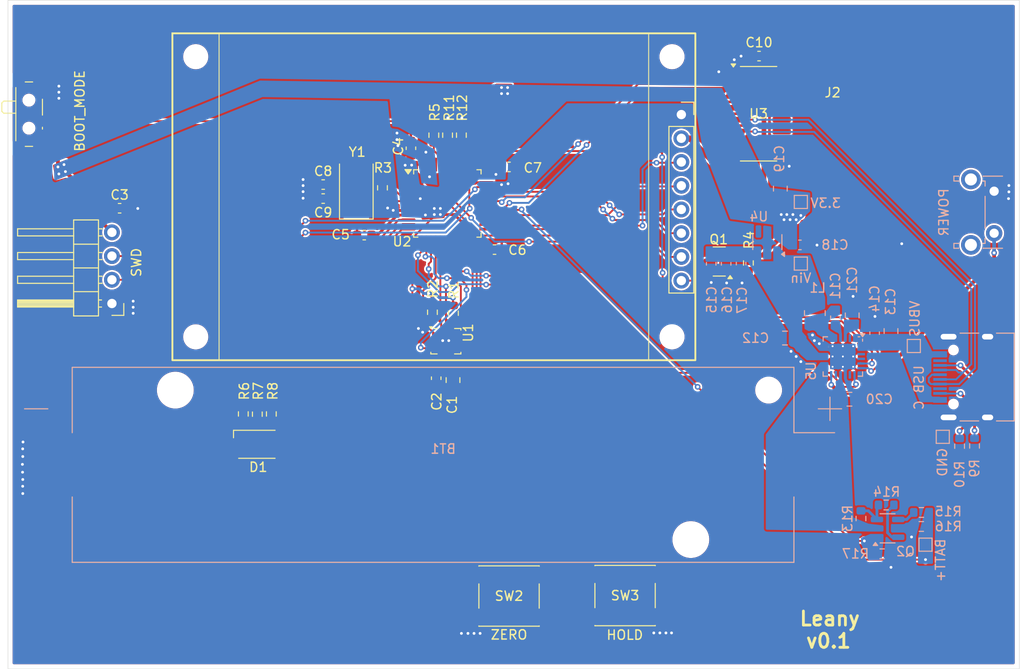
<source format=kicad_pcb>
(kicad_pcb (version 20240108) (generator "pcbnew") (generator_version "8.0")
  (title_block (title "Leany") (date "2024-12-03") (comment 1 "MIT License") (comment 2 "Copyright (c) 2023 Gilles Henrard"))
  (layers (0 "F.Cu" signal) (31 "B.Cu" signal) (34 "B.Paste" user) (35 "F.Paste" user) (36 "B.SilkS" user "B.Silkscreen") (37 "F.SilkS" user "F.Silkscreen") (38 "B.Mask" user) (39 "F.Mask" user) (44 "Edge.Cuts" user))
  (net 0 "")
  (net 1 "+BATT")
  (net 2 "GND")
  (net 3 "+3V3")
  (net 4 "Net-(U2-PD0)")
  (net 5 "Net-(U2-PD1)")
  (net 6 "SYS")
  (net 7 "Net-(C11-Pad1)")
  (net 8 "Net-(D1-RK)")
  (net 9 "Net-(D1-GK)")
  (net 10 "Net-(D1-BK)")
  (net 11 "/DEBUG_SWDCLK")
  (net 12 "/DEBUG_SWDIO")
  (net 13 "/ST7735S_RST")
  (net 14 "/ST7735S_CS")
  (net 15 "/ST7735S_SCL")
  (net 16 "/ST7735S_DC")
  (net 17 "/ST7735S_BL")
  (net 18 "/ST7735S_MOSI")
  (net 19 "USB_D+")
  (net 20 "USB_D-")
  (net 23 "Net-(J3-CC2)")
  (net 24 "Net-(J3-CC1)")
  (net 25 "BATT_EN")
  (net 26 "Net-(U5-BTST)")
  (net 27 "Net-(U5-PSEL)")
  (net 28 "Net-(U5-REGN)")
  (net 29 "Net-(Q2B-G)")
  (net 30 "/BOOT0")
  (net 31 "/LED_RED")
  (net 32 "/LED_GREEN")
  (net 33 "/LED_BLUE")
  (net 34 "CHG_SDA")
  (net 35 "CHG_SCL")
  (net 36 "BATT_VOLT")
  (net 37 "Net-(Q2B-D)")
  (net 38 "Net-(Q2A-D)")
  (net 39 "Net-(J2-Pin_8)")
  (net 40 "Net-(SW1-B)")
  (net 41 "/LSM6DSO_SDO")
  (net 42 "/LSM6DSO_SCL")
  (net 43 "/LSM6DSO_CS")
  (net 44 "/LSM6DSO_SDA")
  (net 45 "/LSM6DSO_INT1")
  (net 46 "Net-(U2-PB10)")
  (net 47 "/LSM6DSO_INT2")
  (net 48 "Net-(U2-PB11)")
  (net 49 "Net-(U5-~{QON})")
  (net 51 "/FTDI_TX")
  (net 54 "CHG_INT")
  (net 58 "/FTDI_RX")
  (footprint "Package_LGA:LGA-14_3x2.5mm_P0.5mm_LayoutBorder3x4y" (layer "F.Cu") (at 136.3325 92.5375)
    (property "Reference" "U1")
    (property "Value" "LSM6DSO" (hide yes))
  )
  (footprint "Capacitor_SMD:C_0603_1608Metric" (layer "F.Cu") (at 123.195 75.7625)
    (property "Reference" "C8")
    (property "Value" "20p" (hide yes))
  )
  (footprint "Capacitor_SMD:C_0603_1608Metric" (layer "F.Cu") (at 169.87 62.005 180)
    (property "Reference" "C10")
    (property "Value" "100n" (hide yes))
  )
  (footprint "Package_QFP:LQFP-48_7x7mm_P0.5mm" (layer "F.Cu") (at 136.495 77.7875)
    (property "Reference" "U2")
    (property "Value" "STM32F103C8Tx" (hide yes))
  )
  (footprint "Resistor_SMD:R_0603_1608Metric" (layer "F.Cu") (at 137.145 89.5375 -90)
    (property "Reference" "R1")
    (property "Value" "10k" (hide yes))
  )
  (footprint "Resistor_SMD:R_0603_1608Metric" (layer "F.Cu") (at 116.145 100.35 90)
    (property "Reference" "R7")
    (property "Value" "820R" (hide yes))
  )
  (footprint "Capacitor_SMD:C_0603_1608Metric" (layer "F.Cu") (at 135.3 96.5 -90)
    (property "Reference" "C2")
    (property "Value" "100n" (hide yes))
  )
  (footprint "Package_TO_SOT_SMD:SOT-23" (layer "F.Cu") (at 165.61 84 180)
    (property "Reference" "Q1")
    (property "Value" "AO3401A" (hide yes))
  )
  (footprint "Capacitor_SMD:C_0603_1608Metric" (layer "F.Cu") (at 101.4 78.3)
    (property "Reference" "C3")
    (property "Value" "100n" (hide yes))
  )
  (footprint "Resistor_SMD:R_0603_1608Metric" (layer "F.Cu") (at 114.645 100.325 90)
    (property "Reference" "R6")
    (property "Value" "820R" (hide yes))
  )
  (footprint "Capacitor_SMD:C_0603_1608Metric" (layer "F.Cu") (at 143.095 73.875)
    (property "Reference" "C7")
    (property "Value" "100n" (hide yes))
  )
  (footprint "Capacitor_SMD:C_0603_1608Metric" (layer "F.Cu") (at 123.195 77.2625)
    (property "Reference" "C9")
    (property "Value" "20p" (hide yes))
  )
  (footprint "Resistor_SMD:R_0603_1608Metric" (layer "F.Cu") (at 168.73 84.16 90)
    (property "Reference" "R4")
    (property "Value" "18k" (hide yes))
  )
  (footprint "leany_footprints:SW_Push_1P1T_NO_6x6mm_H9.5mm" (layer "F.Cu") (at 143.1 119.825)
    (property "Reference" "SW2")
    (property "Value" "ZERO")
  )
  (footprint "Crystal:Crystal_SMD_Abracon_ABM3-2Pin_5.0x3.2mm" (layer "F.Cu") (at 126.745 76.2625 90)
    (property "Reference" "Y1")
    (property "Value" "8MHz" (hide yes))
  )
  (footprint "leany_footprints:ST7735S" (layer "F.Cu") (at 161.55 68.27)
    (property "Reference" "J2")
    (property "Value" "ST7735S" (hide yes))
  )
  (footprint "Capacitor_SMD:C_0603_1608Metric" (layer "F.Cu") (at 127.595 81.175 180)
    (property "Reference" "C5")
    (property "Value" "100n" (hide yes))
  )
  (footprint "Package_SO:SOIC-16_3.9x9.9mm_P1.27mm" (layer "F.Cu") (at 169.82 68.18)
    (property "Reference" "U3")
    (property "Value" "CH340C" (hide yes))
  )
  (footprint "Capacitor_SMD:C_0603_1608Metric" (layer "F.Cu") (at 141.545 82.725)
    (property "Reference" "C6")
    (property "Value" "100n" (hide yes))
  )
  (footprint "Connector_PinHeader_2.54mm:PinHeader_1x04_P2.54mm_Horizontal" (layer "F.Cu") (at 100.575 88.5 180)
    (property "Reference" "J1" (hide yes))
    (property "Value" "SWD")
  )
  (footprint "Resistor_SMD:R_0603_1608Metric" (layer "F.Cu") (at 137.995 70.475 90)
    (property "Reference" "R12")
    (property "Value" "4.7k" (hide yes))
  )
  (footprint "Button_Switch_SMD:SW_SPDT_PCM12" (layer "F.Cu") (at 92.015 68.225 -90)
    (property "Reference" "SW1" (hide yes))
    (property "Value" "BOOT_MODE")
  )
  (footprint "LED_SMD:LED_Avago_PLCC4_3.2x2.8mm_CW" (layer "F.Cu") (at 116.095 103.575)
    (property "Reference" "D1")
    (property "Value" "ASMB-MTB1-0B3A2" (hide yes))
  )
  (footprint "Capacitor_SMD:C_0805_2012Metric" (layer "F.Cu") (at 137.1 96.7 -90)
    (property "Reference" "C1")
    (property "Value" "10u" (hide yes))
  )
  (footprint "Resistor_SMD:R_0603_1608Metric" (layer "F.Cu") (at 129.545 76.1125 -90)
    (property "Reference" "R3")
    (property "Value" "1M" (hide yes))
  )
  (footprint "Resistor_SMD:R_0603_1608Metric" (layer "F.Cu") (at 136.51705 70.475 90)
    (property "Reference" "R11")
    (property "Value" "4.7k" (hide yes))
  )
  (footprint "Resistor_SMD:R_0603_1608Metric" (layer "F.Cu") (at 117.645 100.325 90)
    (property "Reference" "R8")
    (property "Value" "820R" (hide yes))
  )
  (footprint "Resistor_SMD:R_0603_1608Metric" (layer "F.Cu") (at 135.045 70.475 90)
    (property "Reference" "R5")
    (property "Value" "100k" (hide yes))
  )
  (footprint "Capacitor_SMD:C_0603_1608Metric" (layer "F.Cu") (at 132.595 71.875 90)
    (property "Reference" "C4")
    (property "Value" "100n" (hide yes))
  )
  (footprint "leany_footprints:SW_Push_1P1T_NO_6x6mm_H9.5mm" (layer "F.Cu") (at 155.525 119.775 180)
    (property "Reference" "SW3")
    (property "Value" "HOLD")
  )
  (footprint "Resistor_SMD:R_0603_1608Metric" (layer "F.Cu") (at 134.895 89.4375 -90)
    (property "Reference" "R2")
    (property "Value" "10k" (hide yes))
  )
  (footprint "Inductor_SMD:L_1008_2520Metric" (layer "B.Cu") (at 175.845 89.525 90)
    (property "Reference" "L1")
    (property "Value" "1uH" (hide yes))
  )
  (footprint "Capacitor_SMD:C_0603_1608Metric" (layer "B.Cu") (at 167.945 84.225 -90)
    (property "Reference" "C17")
    (property "Value" "1u" (hide yes))
  )
  (footprint "Capacitor_SMD:C_0603_1608Metric" (layer "B.Cu") (at 182.245 91.675 90)
    (property "Reference" "C14")
    (property "Value" "1u" (hide yes))
  )
  (footprint "TestPoint:TestPoint_Pad_1.0x1.0mm" (layer "B.Cu") (at 186.445 93.05 -90)
    (property "Reference" "TP2" (hide yes))
    (property "Value" "VBUS")
  )
  (footprint "Resistor_SMD:R_0603_1608Metric" (layer "B.Cu") (at 191.345 103.775 -90)
    (property "Reference" "R10")
    (property "Value" "5.1k" (hide yes))
  )
  (footprint "Capacitor_SMD:C_0805_2012Metric" (layer "B.Cu") (at 172.65 92.2 180)
    (property "Reference" "C12")
    (property "Value" "10u" (hide yes))
  )
  (footprint "Capacitor_SMD:C_0603_1608Metric" (layer "B.Cu") (at 166.345 84.25 -90)
    (property "Reference" "C16")
    (property "Value" "100n" (hide yes))
  )
  (footprint "Capacitor_SMD:C_0805_2012Metric" (layer "B.Cu") (at 184 91.45 90)
    (property "Reference" "C13")
    (property "Value" "22u" (hide yes))
  )
  (footprint "Resistor_SMD:R_0603_1608Metric" (layer "B.Cu") (at 183.05 115.3)
    (property "Reference" "R17")
    (property "Value" "100k" (hide yes))
  )
  (footprint "leany_footprints:TSOT-23-5" (layer "B.Cu") (at 170.7575 81.925 90)
    (property "Reference" "U4")
    (property "Value" "AP2112K-3.3")
  )
  (footprint "Capacitor_SMD:C_0603_1608Metric" (layer "B.Cu") (at 174.245 82.225)
    (property "Reference" "C18")
    (property "Value" "1u" (hide yes))
  )
  (footprint "Resistor_SMD:R_0603_1608Metric" (layer "B.Cu") (at 187.2575 110.875 180)
    (property "Reference" "R15")
    (property "Value" "56k" (hide yes))
  )
  (footprint "Connector_USB:USB_C_Receptacle_HRO_TYPE-C-31-M-12" (layer "B.Cu") (at 193.295 96.375 -90)
    (property "Reference" "J3")
    (property "Value" "USB C")
  )
  (footprint "Package_DFN_QFN:Texas_RGE0024H_VQFN-24-1EP_4x4mm_P0.5mm_EP2.7x2.7mm_ThermalVias" (layer "B.Cu") (at 178.845 94.175 180)
    (property "Reference" "U5")
    (property "Value" "BQ25619" (hide yes))
  )
  (footprint "Capacitor_SMD:C_0805_2012Metric" (layer "B.Cu") (at 172.15 76.2 90)
    (property "Reference" "C19")
    (property "Value" "10u" (hide yes))
  )
  (footprint "Capacitor_SMD:C_0603_1608Metric" (layer "B.Cu") (at 164.745 84.25 -90)
    (property "Reference" "C15")
    (property "Value" "22n" (hide yes))
  )
  (footprint "Button_Switch_THT:SW_Tactile_SPST_Angled_PTS645Vx31-2LFS" (layer "B.Cu") (at 195.045 80.975 90)
    (property "Reference" "SW4" (hide yes))
    (property "Value" "POWER")
  )
  (footprint "Battery:BatteryHolder_Keystone_1042_1x18650" (layer "B.Cu") (at 134.965 105.775 180)
    (property "Reference" "BT1")
    (property "Value" "Battery")
  )
  (footprint "Capacitor_SMD:C_0603_1608Metric" (layer "B.Cu") (at 178.045 89.975 -90)
    (property "Reference" "C11")
    (property "Value" "47n" (hide yes))
  )
  (footprint "Resistor_SMD:R_0603_1608Metric" (layer "B.Cu") (at 183.4825 110.075)
    (property "Reference" "R14")
    (property "Value" "10k" (hide yes))
  )
  (footprint "Capacitor_SMD:C_0805_2012Metric" (layer "B.Cu") (at 179.845 89.775 90)
    (property "Reference" "C21")
    (property "Value" "4.7u" (hide yes))
  )
  (footprint "TestPoint:TestPoint_Pad_1.0x1.0mm" (layer "B.Cu") (at 174.345 77.625 180)
    (property "Reference" "TP3" (hide yes))
    (property "Value" "3.3V")
  )
  (footprint "Capacitor_SMD:C_0805_2012Metric" (layer "B.Cu") (at 179.55 98.75)
    (property "Reference" "C20")
    (property "Value" "10u" (hide yes))
  )
  (footprint "Resistor_SMD:R_0603_1608Metric" (layer "B.Cu") (at 192.945 103.75 -90)
    (property "Reference" "R9")
    (property "Value" "5.1k" (hide yes))
  )
  (footprint "Resistor_SMD:R_0603_1608Metric" (layer "B.Cu") (at 187.245 112.375)
    (property "Reference" "R16")
    (property "Value" "56k" (hide yes))
  )
  (footprint "TestPoint:TestPoint_Pad_1.0x1.0mm" (layer "B.Cu") (at 187.695 114.325 180)
    (property "Reference" "TP5" (hide yes))
    (property "Value" "BATT+")
  )
  (footprint "TestPoint:TestPoint_Pad_1.0x1.0mm" (layer "B.Cu") (at 174.345 84.225 180)
    (property "Reference" "TP1" (hide yes))
    (property "Value" "Vin")
  )
  (footprint "Resistor_SMD:R_0603_1608Metric" (layer "B.Cu") (at 180.7825 111.525 -90)
    (property "Reference" "R13")
    (property "Value" "10k" (hide yes))
  )
  (footprint "Package_TO_SOT_SMD:TSOT-23-6" (layer "B.Cu") (at 183.6325 112.575)
    (property "Reference" "Q2")
    (property "Value" "DMG6601LVT-7" (hide yes))
  )
  (footprint "TestPoint:TestPoint_Pad_1.0x1.0mm" (layer "B.Cu") (at 189.545 102.775 -90)
    (property "Reference" "TP4" (hide yes))
    (property "Value" "GND")
  )
  (gr_rect (start 89.445 56.025) (end 197.745 127.625) (stroke (width 0.05)) (fill none) (layer "Edge.Cuts"))
  (gr_text "v0.1" (at 174.75 125.515 0) (layer "F.SilkS") (effects (font (size 1.5 1.5) (thickness 0.3) (bold yes)) (justify left bottom)))
  (gr_text "Leany" (at 174.065 123.13 0) (layer "F.SilkS") (effects (font (size 1.5 1.5) (thickness 0.3) (bold yes)) (justify left bottom)))
  (segment (start 180.7825 112.35) (end 181.47 112.35) (width 0.3) (layer "B.Cu") (net 1))
  (segment (start 181.47 112.35) (end 181.745 112.625) (width 0.3) (layer "B.Cu") (net 1))
  (segment (start 181.745 112.625) (end 182.445 112.625) (width 0.3) (layer "B.Cu") (net 1))
  (segment (start 180.7075 112.575) (end 180.4825 112.35) (width 0.2) (layer "B.Cu") (net 1))
  (segment (start 182.445 112.625) (end 182.495 112.575) (width 0.3) (layer "B.Cu") (net 1))
  (segment (start 139.52509 83.5) (end 141.545 83.5) (width 0.2) (layer "F.Cu") (net 2))
  (segment (start 141.545 83.5) (end 142.32 82.725) (width 0.2) (layer "F.Cu") (net 2))
  (segment (start 138.745 82.71991) (end 139.52509 83.5) (width 0.2) (layer "F.Cu") (net 2))
  (segment (start 132.3325 78.5375) (end 130.7075 78.5375) (width 0.3) (layer "F.Cu") (net 2))
  (segment (start 138.745 81.95) (end 138.745 82.71991) (width 0.2) (layer "F.Cu") (net 2))
  (segment (start 135.17 92.7875) (end 135.17 92.2875) (width 0.2) (layer "F.Cu") (net 2))
  (segment (start 130.7075 78.5375) (end 130.695 78.525) (width 0.2) (layer "F.Cu") (net 2))
  (segment (start 134.5575 92.2875) (end 135.17 92.2875) (width 0.2) (layer "F.Cu") (net 2))
  (segment (start 133.845 91.575) (end 134.5575 92.2875) (width 0.2) (layer "F.Cu") (net 2))
  (via (at 135.995 92.475) (size 0.6) (drill 0.3) (layers "F.Cu" "B.Cu") (net 2))
  (via (at 91.02 108.07) (size 0.6) (drill 0.3) (layers "F.Cu" "B.Cu") (net 2))
  (via (at 164.75 86.25) (size 0.6) (drill 0.3) (layers "F.Cu" "B.Cu") (net 2))
  (via (at 102.85 88.25) (size 0.6) (drill 0.3) (layers "F.Cu" "B.Cu") (net 2))
  (via (at 182.285 89.885) (size 0.6) (drill 0.3) (layers "F.Cu" "B.Cu") (net 2))
  (via (at 94.895 65.875) (size 0.6) (drill 0.3) (layers "F.Cu" "B.Cu") (net 2))
  (via (at 139.35 123.825) (size 0.6) (drill 0.3) (layers "F.Cu" "B.Cu") (net 2))
  (via (at 131.1 70.95) (size 0.6) (drill 0.3) (layers "F.Cu" "B.Cu") (net 2))
  (via (at 142.995 75.675) (size 0.6) (drill 0.3) (layers "F.Cu" "B.Cu") (net 2))
  (via (at 167.215 62.395) (size 0.6) (drill 0.3) (layers "F.Cu" "B.Cu") (net 2))
  (via (at 176.075 82.245) (size 0.6) (drill 0.3) (layers "F.Cu" "B.Cu") (net 2))
  (via (at 196.625 75.865) (size 0.6) (drill 0.3) (layers "F.Cu" "B.Cu") (net 2))
  (via (at 168.05 86.3) (size 0.6) (drill 0.3) (layers "F.Cu" "B.Cu") (net 2))
  (via (at 159.9 123.775) (size 0.6) (drill 0.3) (layers "F.Cu" "B.Cu") (net 2))
  (via (at 184 116.75) (size 0.6) (drill 0.3) (layers "F.Cu" "B.Cu") (net 2))
  (via (at 94.895 66.525) (size 0.6) (drill 0.3) (layers "F.Cu" "B.Cu") (net 2))
  (via (at 121.045 77.225) (size 0.6) (drill 0.3) (layers "F.Cu" "B.Cu") (net 2))
  (via (at 91.03 107.345) (size 0.6) (drill 0.3) (layers "F.Cu" "B.Cu") (net 2))
  (via (at 91.02 104.065) (size 0.6) (drill 0.3) (layers "F.Cu" "B.Cu") (net 2))
  (via (at 160.5 123.775) (size 0.6) (drill 0.3) (layers "F.Cu" "B.Cu") (net 2))
  (via (at 173.295 93.625) (size 0.6) (drill 0.3) (layers "F.Cu" "B.Cu") (net 2))
  (via (at 90.99 105.725) (size 0.6) (drill 0.3) (layers "F.Cu" "B.Cu") (net 2))
  (via (at 103.345 78.325) (size 0.6) (drill 0.3) (layers "F.Cu" "B.Cu") (net 2))
  (via (at 175.795 92.475) (size 0.6) (drill 0.3) (layers "F.Cu" "B.Cu") (net 2))
  (via (at 131.1 70.25) (size 0.6) (drill 0.3) (layers "F.Cu" "B.Cu") (net 2))
  (via (at 91.03 108.85) (size 0.6) (drill 0.3) (layers "F.Cu" "B.Cu") (net 2))
  (via (at 133.395 91.175) (size 0.6) (drill 0.3) (layers "F.Cu" "B.Cu") (net 2))
  (via (at 166.4 86.3) (size 0.6) (drill 0.3) (layers "F.Cu" "B.Cu") (net 2))
  (via (at 138 123.825) (size 0.6) (drill 0.3) (layers "F.Cu" "B.Cu") (net 2))
  (via (at 165.56 63.685) (size 0.6) (drill 0.3) (layers "F.Cu" "B.Cu") (net 2))
  (via (at 174.345 94.725) (size 0.6) (drill 0.3) (layers "F.Cu" "B.Cu") (net 2))
  (via (at 196.625 76.545) (size 0.6) (drill 0.3) (layers "F.Cu" "B.Cu") (net 2))
  (via (at 130.695 78.525) (size 0.6) (drill 0.3) (layers "F.Cu" "B.Cu") (net 2))
  (via (at 185.15 82.1) (size 0.6) (drill 0.3) (layers "F.Cu" "B.Cu") (net 2))
  (via (at 91.055 103.33) (size 0.6) (drill 0.3) (layers "F.Cu" "B.Cu") (net 2))
  (via (at 176.32 92.8) (size 0.6) (drill 0.3) (layers "F.Cu" "B.Cu") (net 2))
  (via (at 121.045 75.225) (size 0.6) (drill 0.3) (layers "F.Cu" "B.Cu") (net 2))
  (via (at 91.005 106.565) (size 0.6) (drill 0.3) (layers "F.Cu" "B.Cu") (net 2))
  (via (at 175.595 91.875) (size 0.6) (drill 0.3) (layers "F.Cu" "B.Cu") (net 2))
  (via (at 102.85 88.9) (size 0.6) (drill 0.3) (layers "F.Cu" "B.Cu") (net 2))
  (via (at 173.1 73.8) (size 0.6) (drill 0.3) (layers "F.Cu" "B.Cu") (net 2))
  (via (at 173.845 94.175) (size 0.6) (drill 0.3) (layers "F.Cu" "B.Cu") (net 2))
  (via (at 102.85 89.55) (size 0.6) (drill 0.3) (layers "F.Cu" "B.Cu") (net 2))
  (via (at 167.945 62.01) (size 0.6) (drill 0.3) (layers "F.Cu" "B.Cu") (net 2))
  (via (at 158.6 123.775) (size 0.6) (drill 0.3) (layers "F.Cu" "B.Cu") (net 2))
  (via (at 131.2 71.6) (size 0.6) (drill 0.3) (layers "F.Cu" "B.Cu") (net 2))
  (via (at 138.7 123.825) (size 0.6) (drill 0.3) (layers "F.Cu" "B.Cu") (net 2))
  (via (at 133.845 91.575) (size 0.6) (drill 0.3) (layers "F.Cu" "B.Cu") (net 2))
  (via (at 142.295 75.775) (size 0.6) (drill 0.3) (layers "F.Cu" "B.Cu") (net 2))
  (via (at 159.25 123.775) (size 0.6) (drill 0.3) (layers "F.Cu" "B.Cu") (net 2))
  (via (at 179.94 87.735) (size 0.6) (drill 0.3) (layers "F.Cu" "B.Cu") (net 2))
  (via (at 134.195 72.295) (size 0.6) (drill 0.3) (layers "F.Cu" "B.Cu") (net 2))
  (via (at 134.585 74.93) (size 0.6) (drill 0.3) (layers "F.Cu" "B.Cu") (net 2))
  (via (at 136.645 92.475) (size 0.6) (drill 0.3) (layers "F.Cu" "B.Cu") (net 2))
  (via (at 196.585 77.27) (size 0.6) (drill 0.3) (layers "F.Cu" "B.Cu") (net 2))
  (via (at 140 123.825) (size 0.6) (drill 0.3) (layers "F.Cu" "B.Cu") (net 2))
  (via (at 186.2 113.5) (size 0.6) (drill 0.3) (layers "F.Cu" "B.Cu") (net 2))
  (via (at 121.045 75.875) (size 0.6) (drill 0.3) (layers "F.Cu" "B.Cu") (net 2))
  (via (at 130.095 78.275) (size 0.6) (drill 0.3) (layers "F.Cu" "B.Cu") (net 2))
  (via (at 121.045 76.525) (size 0.6) (drill 0.3) (layers "F.Cu" "B.Cu") (net 2))
  (via (at 94.895 65.225) (size 0.6) (drill 0.3) (layers "F.Cu" "B.Cu") (net 2))
  (via (at 91.03 104.885) (size 0.6) (drill 0.3) (layers "F.Cu" "B.Cu") (net 2))
  (segment (start 173.845 94.175) (end 173.295 93.625) (width 0.2) (layer "B.Cu") (net 2))
  (segment (start 173.845 94.175) (end 174.345 94.675) (width 0.2) (layer "B.Cu") (net 2))
  (segment (start 175.795 92.475) (end 176.245 92.925) (width 0.2) (layer "B.Cu") (net 2))
  (segment (start 174.345 94.675) (end 174.345 94.725) (width 0.2) (layer "B.Cu") (net 2))
  (segment (start 175.795 92.475) (end 175.595 92.275) (width 0.2) (layer "B.Cu") (net 2))
  (segment (start 173.1575 93.4875) (end 173.295 93.625) (width 0.2) (layer "B.Cu") (net 2))
  (segment (start 175.595 92.275) (end 175.595 91.875) (width 0.2) (layer "B.Cu") (net 2))
  (segment (start 176.245 92.925) (end 176.8825 92.925) (width 0.2) (layer "B.Cu") (net 2))
  (segment (start 176.32 92.8) (end 176.32 92.8625) (width 0.2) (layer "B.Cu") (net 2))
  (segment (start 176.32 92.8625) (end 176.8825 93.425) (width 0.2) (layer "B.Cu") (net 2))
  (segment (start 138.045 69.6) (end 137.995 69.65) (width 0.4) (layer "F.Cu") (net 3))
  (segment (start 137.145 88.7125) (end 137.145 88.33) (width 0.2) (layer "F.Cu") (net 3))
  (segment (start 137.1 95.75) (end 137.1 95.1) (width 0.2) (layer "F.Cu") (net 3))
  (segment (start 135.8325 93.45) (end 135.8325 94.0675) (width 0.2) (layer "F.Cu") (net 3))
  (segment (start 134.1325 79.0375) (end 132.3325 79.0375) (width 0.3) (layer "F.Cu") (net 3))
  (segment (start 135.8325 94.0675) (end 135.8325 94.5325) (width 0.2) (layer "F.Cu") (net 3))
  (segment (start 171.320001 63.735) (end 172.295 63.735) (width 0.5) (layer "F.Cu") (net 3))
  (segment (start 139.245 80.975) (end 139.245 81.95) (width 0.3) (layer "F.Cu") (net 3))
  (segment (start 135.095 79.152545) (end 135.095 78.975) (width 0.2) (layer "F.Cu") (net 3))
  (segment (start 112.595 97.425) (end 112.595 103.595) (width 0.3) (layer "F.Cu") (net 3))
  (segment (start 136.6075 94.85) (end 136.85 94.85) (width 0.2) (layer "F.Cu") (net 3))
  (segment (start 132.745 81.502545) (end 135.095 79.152545) (width 0.2) (layer "F.Cu") (net 3))
  (segment (start 141.695 74.675) (end 141.87 74.5) (width 0.3) (layer "F.Cu") (net 3))
  (segment (start 168.73 83.335) (end 170.245 83.335) (width 0.5) (layer "F.Cu") (net 3))
  (segment (start 132.745 93.425) (end 133.92 94.6) (width 0.2) (layer "F.Cu") (net 3))
  (segment (start 95.595 74.375) (end 99.52 78.3) (width 0.4) (layer "F.Cu") (net 3))
  (segment (start 132.595 72.959173) (end 132.595 72.65) (width 0.3) (layer "F.Cu") (net 3))
  (segment (start 132.3325 79.0375) (end 131.1325 79.0375) (width 0.3) (layer "F.Cu") (net 3))
  (segment (start 141.3325 75.0375) (end 141.695 74.675) (width 0.3) (layer "F.Cu") (net 3))
  (segment (start 131.1325 79.0375) (end 128.995 81.175) (width 0.3) (layer "F.Cu") (net 3))
  (segment (start 137.095 88.28) (end 137.095 87.875) (width 0.2) (layer "F.Cu") (net 3))
  (segment (start 134.145 79.025) (end 134.1325 79.0375) (width 0.3) (layer "F.Cu") (net 3))
  (segment (start 139.245 82.475) (end 139.495 82.725) (width 0.3) (layer "F.Cu") (net 3))
  (segment (start 170.645 62.955) (end 170.645 62.005) (width 0.4) (layer "F.Cu") (net 3))
  (segment (start 136.85 94.85) (end 137.1 95.1) (width 0.2) (layer "F.Cu") (net 3))
  (segment (start 135.3 94.6) (end 135.8325 94.0675) (width 0.2) (layer "F.Cu") (net 3))
  (segment (start 135.095 88.4125) (end 134.895 88.6125) (width 0.4) (layer "F.Cu") (net 3))
  (segment (start 133.92 94.6) (end 135.05 94.6) (width 0.2) (layer "F.Cu") (net 3))
  (segment (start 128.37 81.65) (end 112.595 97.425) (width 0.3) (layer "F.Cu") (net 3))
  (segment (start 112.595 103.595) (end 113.325 104.325) (width 0.3) (layer "F.Cu") (net 3))
  (segment (start 94.795 71.825) (end 93.445 70.475) (width 0.4) (layer "F.Cu") (net 3))
  (segment (start 169.515 65.540001) (end 171.320001 63.735) (width 0.5) (layer "F.Cu") (net 3))
  (segment (start 135.3 94.85) (end 135.3 94.6) (width 0.2) (layer "F.Cu") (net 3))
  (segment (start 137.1 95.1) (end 137.1 94.85) (width 0.2) (layer "F.Cu") (net 3))
  (segment (start 172.295 63.735) (end 171.425 63.735) (width 0.4) (layer "F.Cu") (net 3))
  (segment (start 170.145 77.125) (end 168.745 77.125) (width 0.6) (layer "F.Cu") (net 3))
  (segment (start 135.3 95.725) (end 135.3 94.85) (width 0.2) (layer "F.Cu") (net 3))
  (segment (start 134.895 87.825) (end 134.895 88.6125) (width 0.3) (layer "F.Cu") (net 3))
  (segment (start 136.545 69.62205) (end 136.51705 69.65) (width 0.4) (layer "F.Cu") (net 3))
  (segment (start 136.15 94.85) (end 136.6075 94.85) (width 0.2) (layer "F.Cu") (net 3))
  (segment (start 136.6075 94.85) (end 137.1 94.85) (width 0.2) (layer "F.Cu") (net 3))
  (segment (start 135.8325 94.5325) (end 136.15 94.85) (width 0.2) (layer "F.Cu") (net 3))
  (segment (start 172.245 79.225) (end 172.545 79.525) (width 0.5) (layer "F.Cu") (net 3))
  (segment (start 141.87 74.5) (end 142.32 74.05) (width 0.3) (layer "F.Cu") (net 3))
  (segment (start 135.05 94.6) (end 135.3 94.85) (width 0.2) (layer "F.Cu") (net 3))
  (segment (start 137.495 94.455) (end 137.495 93.2875) (width 0.2) (layer "F.Cu") (net 3))
  (segment (start 100.62 78.295) (end 100.625 78.3) (width 0.4) (layer "F.Cu") (net 3))
  (segment (start 172.545 81.035) (end 172.545 79.525) (width 0.5) (layer "F.Cu") (net 3))
  (segment (start 138.045 68.625) (end 138.045 69.6) (width 0.4) (layer "F.Cu") (net 3))
  (segment (start 128.995 81.175) (end 128.37 81.175) (width 0.3) (layer "F.Cu") (net 3))
  (segment (start 167.985 83.335) (end 168.73 83.335) (width 0.5) (layer "F.Cu") (net 3))
  (segment (start 128.37 81.175) (end 128.37 81.65) (width 0.3) (layer "F.Cu") (net 3))
  (segment (start 170.395 68.425) (end 169.515 67.545) (width 0.5) (layer "F.Cu") (net 3))
  (segment (start 171.425 63.735) (end 170.645 62.955) (width 0.4) (layer "F.Cu") (net 3))
  (segment (start 139.495 82.725) (end 140.77 82.725) (width 0.3) (layer "F.Cu") (net 3))
  (segment (start 169.515 67.545) (end 169.515 65.540001) (width 0.5) (layer "F.Cu") (net 3))
  (segment (start 132.745 86.925) (end 132.745 93.425) (width 0.2) (layer "F.Cu") (net 3))
  (segment (start 94.895 74.625) (end 95.07 74.8) (width 0.2) (layer "F.Cu") (net 3))
  (segment (start 169.515 67.545) (end 167.345 67.545) (width 0.5) (layer "F.Cu") (net 3))
  (segment (start 134.495 87.425) (end 134.895 87.825) (width 0.3) (layer "F.Cu") (net 3))
  (segment (start 113.325 104.325) (end 114.595 104.325) (width 0.3) (layer "F.Cu") (net 3))
  (segment (start 162.43 70.81) (end 161.55 70.81) (width 0.6) (layer "F.Cu") (net 3))
  (segment (start 133.595 77.61562) (end 133.17312 78.0375) (width 0.3) (layer "F.Cu") (net 3))
  (segment (start 132.745 86.925) (end 132.745 81.502545) (width 0.2) (layer "F.Cu") (net 3))
  (segment (start 168.745 77.125) (end 162.43 70.81) (width 0.6) (layer "F.Cu") (net 3))
  (segment (start 135.745 78.975) (end 137.245 78.975) (width 0.3) (layer "F.Cu") (net 3))
  (segment (start 137.145 88.33) (end 137.095 88.28) (width 0.2) (layer "F.Cu") (net 3))
  (segment (start 135.05 94.6) (end 135.3 94.6) (width 0.2) (layer "F.Cu") (net 3))
  (segment (start 170.395 77.125) (end 170.395 68.425) (width 0.5) (layer "F.Cu") (net 3))
  (segment (start 99.52 78.3) (end 100.625 78.3) (width 0.4) (layer "F.Cu") (net 3))
  (segment (start 133.595 77.275) (end 133.595 77.61562) (width 0.3) (layer "F.Cu") (net 3))
  (segment (start 133.17312 78.0375) (end 132.3325 78.0375) (width 0.3) (layer "F.Cu") (net 3))
  (segment (start 139.245 81.95) (end 139.245 82.475) (width 0.3) (layer "F.Cu") (net 3))
  (segment (start 140.6575 75.0375) (end 141.3325 75.0375) (width 0.3) (layer "F.Cu") (net 3))
  (segment (start 94.795 73.875) (end 94.795 71.825) (width 0.4) (layer "F.Cu") (net 3))
  (segment (start 167.7 83.05) (end 167.985 83.335) (width 0.5) (layer "F.Cu") (net 3))
  (segment (start 172.245 78.975) (end 172.245 79.225) (width 0.5) (layer "F.Cu") (net 3))
  (segment (start 172.245 78.975) (end 170.395 77.125) (width 0.5) (layer "F.Cu") (net 3))
  (segment (start 99.52 78.3) (end 99.52 79.825) (width 0.4) (layer "F.Cu") (net 3))
  (segment (start 137.1 94.85) (end 137.495 94.455) (width 0.2) (layer "F.Cu") (net 3))
  (segment (start 166.5475 83.05) (end 167.7 83.05) (width 0.5) (layer "F.Cu") (net 3))
  (segment (start 137.245 78.975) (end 139.245 80.975) (width 0.3) (layer "F.Cu") (net 3))
  (segment (start 99.52 79.825) (end 100.575 80.88) (width 0.4) (layer "F.Cu") (net 3))
  (segment (start 142.32 74.05) (end 142.32 73.875) (width 0.3) (layer "F.Cu") (net 3))
  (segment (start 170.245 83.335) (end 172.545 81.035) (width 0.5) (layer "F.Cu") (net 3))
  (segment (start 136.545 68.625) (end 136.545 69.62205) (width 0.4) (layer "F.Cu") (net 3))
  (via (at 141.695 74.675) (size 0.6) (drill 0.3) (layers "F.Cu" "B.Cu") (net 3))
  (via (at 172.245 78.975) (size 0.6) (drill 0.3) (layers "F.Cu" "B.Cu") (net 3))
  (via (at 173.845 79.525) (size 0.6) (drill 0.3) (layers "F.Cu" "B.Cu") (net 3))
  (via (at 142.295 66.025) (size 0.6) (drill 0.3) (layers "F.Cu" "B.Cu") (net 3))
  (via (at 132.745 86.925) (size 0.6) (drill 0.3) (layers "F.Cu" "B.Cu") (net 3))
  (via (at 135.745 78.325) (size 0.6) (drill 0.3) (layers "F.Cu" "B.Cu") (net 3))
  (via (at 135.745 78.975) (size 0.6) (drill 0.3) (layers "F.Cu" "B.Cu") (net 3))
  (via (at 134.495 87.425) (size 0.6) (drill 0.3) (layers "F.Cu" "B.Cu") (net 3))
  (via (at 134.145 79.025) (size 0.6) (drill 0.3) (layers "F.Cu" "B.Cu") (net 3))
  (via (at 133.595 77.275) (size 0.6) (drill 0.3) (layers "F.Cu" "B.Cu") (net 3))
  (via (at 142.945 66.025) (size 0.6) (drill 0.3) (layers "F.Cu" "B.Cu") (net 3))
  (via (at 95.595 74.375) (size 0.6) (drill 0.3) (layers "F.Cu" "B.Cu") (net 3))
  (via (at 95.445 73.625) (size 0.6) (drill 0.3) (layers "F.Cu" "B.Cu") (net 3))
  (via (at 135.095 78.325) (size 0.6) (drill 0.3) (layers "F.Cu" "B.Cu") (net 3))
  (via (at 142.295 65.375) (size 0.6) (drill 0.3) (layers "F.Cu" "B.Cu") (net 3))
  (via (at 174.345 79.075) (size 0.6) (drill 0.3) (layers "F.Cu" "B.Cu") (net 3))
  (via (at 131.975 73.695) (size 0.6) (drill 0.3) (layers "F.Cu" "B.Cu") (net 3))
  (via (at 94.895 74.625) (size 0.6) (drill 0.3) (layers "F.Cu" "B.Cu") (net 3))
  (via (at 142.945 65.375) (size 0.6) (drill 0.3) (layers "F.Cu" "B.Cu") (net 3))
  (via (at 172.845 78.975) (size 0.6) (drill 0.3) (layers "F.Cu" "B.Cu") (net 3))
  (via (at 136.545 68.625) (size 0.6) (drill 0.3) (layers "F.Cu" "B.Cu") (net 3))
  (via (at 135.095 78.975) (size 0.6) (drill 0.3) (layers "F.Cu" "B.Cu") (net 3))
  (via (at 137.095 87.875) (size 0.6) (drill 0.3) (layers "F.Cu" "B.Cu") (net 3))
  (via (at 138.045 68.625) (size 0.6) (drill 0.3) (layers "F.Cu" "B.Cu") (net 3))
  (via (at 94.795 73.875) (size 0.6) (drill 0.3) (layers "F.Cu" "B.Cu") (net 3))
  (via (at 173.195 79.525) (size 0.6) (drill 0.3) (layers "F.Cu" "B.Cu") (net 3))
  (via (at 132.67 73.68) (size 0.6) (drill 0.3) (layers "F.Cu" "B.Cu") (net 3))
  (via (at 173.495 78.975) (size 0.6) (drill 0.3) (layers "F.Cu" "B.Cu") (net 3))
  (via (at 172.545 79.525) (size 0.6) (drill 0.3) (layers "F.Cu" "B.Cu") (net 3))
  (segment (start 134.495 87.425) (end 135.175 87.425) (width 0.3) (layer "B.Cu") (net 3))
  (segment (start 133.445 86.925) (end 132.745 86.925) (width 0.3) (layer "B.Cu") (net 3))
  (segment (start 135.175 87.425) (end 135.625 87.875) (width 0.3) (layer "B.Cu") (net 3))
  (segment (start 135.625 87.875) (end 137.095 87.875) (width 0.3) (layer "B.Cu") (net 3))
  (segment (start 134.495 87.425) (end 133.945 87.425) (width 0.3) (layer "B.Cu") (net 3))
  (segment (start 133.945 87.425) (end 133.445 86.925) (width 0.3) (layer "B.Cu") (net 3))
  (segment (start 132.3325 77.0375) (end 131.56259 77.0375) (width 0.2) (layer "F.Cu") (net 4))
  (segment (start 129.545 75.2875) (end 127.82 75.2875) (width 0.2) (layer "F.Cu") (net 4))
  (segment (start 129.81259 75.2875) (end 129.545 75.2875) (width 0.2) (layer "F.Cu") (net 4))
  (segment (start 131.56259 77.0375) (end 129.81259 75.2875) (width 0.2) (layer "F.Cu") (net 4))
  (segment (start 123.97 75.7625) (end 125.195 75.7625) (width 0.2) (layer "F.Cu") (net 4))
  (segment (start 127.82 75.2875) (end 126.745 74.2125) (width 0.2) (layer "F.Cu") (net 4))
  (segment (start 125.195 75.7625) (end 126.745 74.2125) (width 0.2) (layer "F.Cu") (net 4))
  (segment (start 130.145 77.5375) (end 129.545 76.9375) (width 0.2) (layer "F.Cu") (net 5))
  (segment (start 129.545 76.9375) (end 128.12 76.9375) (width 0.2) (layer "F.Cu") (net 5))
  (segment (start 132.3325 77.5375) (end 130.145 77.5375) (width 0.2) (layer "F.Cu") (net 5))
  (segment (start 125.695 77.2625) (end 126.745 78.3125) (width 0.2) (layer "F.Cu") (net 5))
  (segment (start 128.12 76.9375) (end 126.745 78.3125) (width 0.2) (layer "F.Cu") (net 5))
  (segment (start 123.97 77.2625) (end 125.695 77.2625) (width 0.2) (layer "F.Cu") (net 5))
  (segment (start 114.595 101.2) (end 114.645 101.15) (width 0.2) (layer "F.Cu") (net 8))
  (segment (start 114.595 102.825) (end 114.595 101.2) (width 0.2) (layer "F.Cu") (net 8))
  (segment (start 117.595 102.825) (end 116.145 101.375) (width 0.2) (layer "F.Cu") (net 9))
  (segment (start 116.145 101.375) (end 116.145 101.175) (width 0.2) (layer "F.Cu") (net 9))
  (segment (start 118.895 103.975) (end 118.895 101.575) (width 0.2) (layer "F.Cu") (net 10))
  (segment (start 117.595 104.325) (end 118.545 104.325) (width 0.2) (layer "F.Cu") (net 10))
  (segment (start 118.47 101.15) (end 117.645 101.15) (width 0.2) (layer "F.Cu") (net 10))
  (segment (start 118.895 101.575) (end 118.47 101.15) (width 0.2) (layer "F.Cu") (net 10))
  (segment (start 118.545 104.325) (end 118.895 103.975) (width 0.2) (layer "F.Cu") (net 10))
  (segment (start 138.895 78.325) (end 138.845 78.275) (width 0.2) (layer "F.Cu") (net 11))
  (segment (start 116.24 85.96) (end 100.575 85.96) (width 0.2) (layer "F.Cu") (net 11))
  (segment (start 139.245 74.575) (end 139.245 73.625) (width 0.2) (layer "F.Cu") (net 11))
  (segment (start 121.295 80.905) (end 116.24 85.96) (width 0.2) (layer "F.Cu") (net 11))
  (segment (start 138.845 74.975) (end 139.245 74.575) (width 0.2) (layer "F.Cu") (net 11))
  (segment (start 138.845 78.275) (end 138.845 74.975) (width 0.2) (layer "F.Cu") (net 11))
  (via (at 121.295 80.905) (size 0.6) (drill 0.3) (layers "F.Cu" "B.Cu") (net 11))
  (via (at 138.895 78.325) (size 0.6) (drill 0.3) (layers "F.Cu" "B.Cu") (net 11))
  (segment (start 138.885 78.325) (end 136.305 80.905) (width 0.2) (layer "B.Cu") (net 11))
  (segment (start 136.305 80.905) (end 121.295 80.905) (width 0.2) (layer "B.Cu") (net 11))
  (segment (start 138.895 78.325) (end 138.885 78.325) (width 0.2) (layer "B.Cu") (net 11))
  (segment (start 117.53 83.42) (end 100.575 83.42) (width 0.2) (layer "F.Cu") (net 12))
  (segment (start 140.6575 76.0375) (end 139.6825 76.0375) (width 0.2) (layer "F.Cu") (net 12))
  (segment (start 121.295 79.635) (end 121.295 79.655) (width 0.2) (layer "F.Cu") (net 12))
  (segment (start 139.495 76.225) (end 139.445 76.275) (width 0.2) (layer "F.Cu") (net 12))
  (segment (start 139.6825 76.0375) (end 139.495 76.225) (width 0.2) (layer "F.Cu") (net 12))
  (segment (start 121.295 79.655) (end 117.53 83.42) (width 0.2) (layer "F.Cu") (net 12))
  (via (at 139.445 76.275) (size 0.6) (drill 0.3) (layers "F.Cu" "B.Cu") (net 12))
  (via (at 121.295 79.635) (size 0.6) (drill 0.3) (layers "F.Cu" "B.Cu") (net 12))
  (segment (start 136.085 79.635) (end 139.445 76.275) (width 0.2) (layer "B.Cu") (net 12))
  (segment (start 121.295 79.635) (end 136.085 79.635) (width 0.2) (layer "B.Cu") (net 12))
  (segment (start 159.5975 78.9625) (end 160.13 78.43) (width 0.2) (layer "F.Cu") (net 13))
  (segment (start 154.895 78.9625) (end 159.5975 78.9625) (width 0.2) (layer "F.Cu") (net 13))
  (segment (start 152.42 76.5375) (end 140.6575 76.5375) (width 0.2) (layer "F.Cu") (net 13))
  (segment (start 153.870735 77.988235) (end 152.42 76.5375) (width 0.2) (layer "F.Cu") (net 13))
  (segment (start 160.13 78.43) (end 161.55 78.43) (width 0.2) (layer "F.Cu") (net 13))
  (via (at 154.895 78.9625) (size 0.6) (drill 0.3) (layers "F.Cu" "B.Cu") (net 13))
  (via (at 153.870735 77.988235) (size 0.6) (drill 0.3) (layers "F.Cu" "B.Cu") (net 13))
  (segment (start 154.845 78.9625) (end 154.895 78.9625) (width 0.2) (layer "B.Cu") (net 13))
  (segment (start 153.870735 77.988235) (end 154.845 78.9625) (width 0.2) (layer "B.Cu") (net 13))
  (segment (start 156.921471 80.5375) (end 157.146471 80.7625) (width 0.2) (layer "F.Cu") (net 14))
  (segment (start 140.6575 80.5375) (end 156.921471 80.5375) (width 0.2) (layer "F.Cu") (net 14))
  (segment (start 157.146471 80.7625) (end 157.1575 80.7625) (width 0.2) (layer "F.Cu") (net 14))
  (segment (start 159.905 83.51) (end 161.55 83.51) (width 0.2) (layer "F.Cu") (net 14))
  (segment (start 157.1575 80.7625) (end 159.905 83.51) (width 0.2) (layer "F.Cu") (net 14))
  (segment (start 161.4725 73.4275) (end 161.55 73.35) (width 0.2) (layer "F.Cu") (net 15))
  (segment (start 141.55241 80.1625) (end 141.42741 80.0375) (width 0.2) (layer "F.Cu") (net 15))
  (segment (start 157.395 80.1625) (end 141.55241 80.1625) (width 0.2) (layer "F.Cu") (net 15))
  (segment (start 141.42741 80.0375) (end 140.6575 80.0375) (width 0.2) (layer "F.Cu") (net 15))
  (segment (start 158.895 73.4275) (end 161.4725 73.4275) (width 0.2) (layer "F.Cu") (net 15))
  (via (at 158.895 73.4275) (size 0.6) (drill 0.3) (layers "F.Cu" "B.Cu") (net 15))
  (via (at 157.395 80.1625) (size 0.6) (drill 0.3) (layers "F.Cu" "B.Cu") (net 15))
  (segment (start 157.395 80.1625) (end 157.395 74.13) (width 0.2) (layer "B.Cu") (net 15))
  (segment (start 158.0975 73.4275) (end 158.895 73.4275) (width 0.2) (layer "B.Cu") (net 15))
  (segment (start 157.395 74.13) (end 158.0975 73.4275) (width 0.2) (layer "B.Cu") (net 15))
  (segment (start 154.32 79.5625) (end 158.6875 79.5625) (width 0.2) (layer "F.Cu") (net 16))
  (segment (start 160.095 80.97) (end 161.55 80.97) (width 0.2) (layer "F.Cu") (net 16))
  (segment (start 153.17 78.4375) (end 151.77 77.0375) (width 0.2) (layer "F.Cu") (net 16))
  (segment (start 151.77 77.0375) (end 140.6575 77.0375) (width 0.2) (layer "F.Cu") (net 16))
  (segment (start 158.6875 79.5625) (end 160.095 80.97) (width 0.2) (layer "F.Cu") (net 16))
  (segment (start 154.17 79.4125) (end 154.32 79.5625) (width 0.2) (layer "F.Cu") (net 16))
  (via (at 153.17 78.4375) (size 0.6) (drill 0.3) (layers "F.Cu" "B.Cu") (net 16))
  (via (at 154.17 79.4125) (size 0.6) (drill 0.3) (layers "F.Cu" "B.Cu") (net 16))
  (segment (start 154.145 79.4125) (end 154.17 79.4125) (width 0.2) (layer "B.Cu") (net 16))
  (segment (start 153.17 78.4375) (end 154.145 79.4125) (width 0.2) (layer "B.Cu") (net 16))
  (segment (start 166.5825 84.985) (end 166.5475 84.95) (width 0.2) (layer "F.Cu") (net 17))
  (segment (start 160.755 87.94) (end 167.715 87.94) (width 0.2) (layer "F.Cu") (net 17))
  (segment (start 159.495 72.8275) (end 159.495 72.425) (width 0.2) (layer "F.Cu") (net 17))
  (segment (start 159.545 85.2125) (end 159.545 86.73) (width 0.2) (layer "F.Cu") (net 17))
  (segment (start 139.42509 72.175) (end 138.745 72.85509) (width 0.2) (layer "F.Cu") (net 17))
  (segment (start 159.495 72.425) (end 159.245 72.175) (width 0.2) (layer "F.Cu") (net 17))
  (segment (start 159.545 86.73) (end 160.755 87.94) (width 0.2) (layer "F.Cu") (net 17))
  (segment (start 159.245 72.175) (end 139.42509 72.175) (width 0.2) (layer "F.Cu") (net 17))
  (segment (start 138.745 72.85509) (end 138.745 73.625) (width 0.2) (layer "F.Cu") (net 17))
  (segment (start 167.715 87.94) (end 168.755 86.9) (width 0.2) (layer "F.Cu") (net 17))
  (segment (start 168.73 84.985) (end 166.5825 84.985) (width 0.2) (layer "F.Cu") (net 17))
  (segment (start 168.755 86.9) (end 168.755 85.01) (width 0.2) (layer "F.Cu") (net 17))
  (via (at 159.495 72.8275) (size 0.6) (drill 0.3) (layers "F.Cu" "B.Cu") (net 17))
  (via (at 159.545 85.2125) (size 0.6) (drill 0.3) (layers "F.Cu" "B.Cu") (net 17))
  (segment (start 159.495 72.8275) (end 159.495 85.1625) (width 0.2) (layer "B.Cu") (net 17))
  (segment (start 159.495 85.1625) (end 159.545 85.2125) (width 0.2) (layer "B.Cu") (net 17))
  (segment (start 161.4725 75.9675) (end 161.55 75.89) (width 0.2) (layer "F.Cu") (net 18))
  (segment (start 156.74 75.9675) (end 161.4725 75.9675) (width 0.2) (layer "F.Cu") (net 18))
  (segment (start 140.6575 79.0375) (end 153.67 79.0375) (width 0.2) (layer "F.Cu") (net 18))
  (segment (start 153.67 79.0375) (end 156.74 75.9675) (width 0.2) (layer "F.Cu") (net 18))
  (segment (start 161.55 75.89) (end 161.55 75.93) (width 0.2) (layer "F.Cu") (net 18))
  (segment (start 169.445 68.825) (end 169.435 68.815) (width 0.2) (layer "F.Cu") (net 19))
  (segment (start 167.345 68.815) (end 169.435 68.815) (width 0.2) (layer "F.Cu") (net 19))
  (via (at 169.445 68.825) (size 0.6) (drill 0.3) (layers "F.Cu" "B.Cu") (net 19))
  (segment (start 189.25 97.125) (end 188.275 97.125) (width 0.2) (layer "B.Cu") (net 19))
  (segment (start 188.795 96.125) (end 189.75 96.125) (width 0.2) (layer "B.Cu") (net 19))
  (segment (start 188.275 97.125) (end 188.045 96.895) (width 0.2) (layer "B.Cu") (net 19))
  (segment (start 191.293529 97.125) (end 192.995 95.423529) (width 0.2) (layer "B.Cu") (net 19))
  (segment (start 189.25 97.125) (end 191.293529 97.125) (width 0.2) (layer "B.Cu") (net 19))
  (segment (start 188.395 96.125) (end 189.25 96.125) (width 0.2) (layer "B.Cu") (net 19))
  (segment (start 188.045 96.475) (end 188.395 96.125) (width 0.2) (layer "B.Cu") (net 19))
  (segment (start 188.045 96.895) (end 188.045 96.475) (width 0.2) (layer "B.Cu") (net 19))
  (segment (start 192.995 95.423529) (end 192.995 86.645) (width 0.2) (layer "B.Cu") (net 19))
  (segment (start 175.175 68.825) (end 169.445 68.825) (width 0.2) (layer "B.Cu") (net 19))
  (segment (start 192.995 86.645) (end 175.175 68.825) (width 0.2) (layer "B.Cu") (net 19))
  (segment (start 169.435 70.085) (end 169.445 70.075) (width 0.2) (layer "F.Cu") (net 20))
  (segment (start 167.345 70.085) (end 169.435 70.085) (width 0.2) (layer "F.Cu") (net 20))
  (via (at 169.445 70.075) (size 0.6) (drill 0.3) (layers "F.Cu" "B.Cu") (net 20))
  (segment (start 191.70482 95.89259) (end 190.97241 96.625) (width 0.2) (layer "B.Cu") (net 20))
  (segment (start 192.595 86.945) (end 175.775 70.125) (width 0.2) (layer "B.Cu") (net 20))
  (segment (start 192.595 95.00241) (end 192.595 86.945) (width 0.2) (layer "B.Cu") (net 20))
  (segment (start 175.775 70.125) (end 169.495 70.125) (width 0.2) (layer "B.Cu") (net 20))
  (segment (start 191.24 95.89259) (end 191.70482 95.89259) (width 0.2) (layer "B.Cu") (net 20))
  (segment (start 189.25 95.625) (end 190.97241 95.625) (width 0.2) (layer "B.Cu") (net 20))
  (segment (start 190.97241 96.625) (end 189.25 96.625) (width 0.2) (layer "B.Cu") (net 20))
  (segment (start 191.758705 95.838705) (end 192.595 95.00241) (width 0.2) (layer "B.Cu") (net 20))
  (segment (start 169.495 70.125) (end 169.445 70.075) (width 0.2) (layer "B.Cu") (net 20))
  (segment (start 190.97241 95.625) (end 191.24 95.89259) (width 0.2) (layer "B.Cu") (net 20))
  (segment (start 191.895 98.575) (end 191.895 101.6) (width 0.3) (layer "F.Cu") (net 23))
  (segment (start 191.895 101.6) (end 191.345 102.15) (width 0.3) (layer "F.Cu") (net 23))
  (segment (start 191.445 98.144327) (end 191.614327 98.144327) (width 0.2) (layer "F.Cu") (net 23))
  (segment (start 191.614327 98.294327) (end 191.895 98.575) (width 0.3) (layer "F.Cu") (net 23))
  (via (at 191.445 98.144327) (size 0.6) (drill 0.3) (layers "F.Cu" "B.Cu") (net 23))
  (via (at 191.345 102.15) (size 0.6) (drill 0.3) (layers "F.Cu" "B.Cu") (net 23))
  (segment (start 189.269327 98.144327) (end 189.25 98.125) (width 0.2) (layer "B.Cu") (net 23))
  (segment (start 189.25 98.125) (end 189.75 98.125) (width 0.2) (layer "B.Cu") (net 23))
  (segment (start 191.445 98.144327) (end 189.269327 98.144327) (width 0.2) (layer "B.Cu") (net 23))
  (segment (start 191.345 102.95) (end 191.345 102.15) (width 0.2) (layer "B.Cu") (net 23))
  (segment (start 191.445 95.125) (end 192.945 96.625) (width 0.3) (layer "F.Cu") (net 24))
  (segment (start 192.945 96.625) (end 192.945 102.1) (width 0.3) (layer "F.Cu") (net 24))
  (via (at 191.445 95.125) (size 0.6) (drill 0.3) (layers "F.Cu" "B.Cu") (net 24))
  (via (at 192.945 102.1) (size 0.6) (drill 0.3) (layers "F.Cu" "B.Cu") (net 24))
  (segment (start 191.445 95.125) (end 189.25 95.125) (width 0.2) (layer "B.Cu") (net 24))
  (segment (start 192.945 102.925) (end 192.945 102.1) (width 0.2) (layer "B.Cu") (net 24))
  (segment (start 141.895052 78.5375) (end 140.6575 78.5375) (width 0.2) (layer "F.Cu") (net 25))
  (segment (start 144.445 78.425) (end 144.395 78.475) (width 0.2) (layer "F.Cu") (net 25))
  (segment (start 179.795 113.925) (end 181.145 113.925) (width 0.2) (layer "F.Cu") (net 25))
  (segment (start 142.857448 78.475) (end 142.730448 78.602) (width 0.2) (layer "F.Cu") (net 25))
  (segment (start 163.295 97.425) (end 179.795 113.925) (width 0.2) (layer "F.Cu") (net 25))
  (segment (start 142.730448 78.602) (end 141.959552 78.602) (width 0.2) (layer "F.Cu") (net 25))
  (segment (start 144.395 78.475) (end 142.857448 78.475) (width 0.2) (layer "F.Cu") (net 25))
  (segment (start 141.959552 78.602) (end 141.895052 78.5375) (width 0.2) (layer "F.Cu") (net 25))
  (via (at 144.445 78.425) (size 0.6) (drill 0.3) (layers "F.Cu" "B.Cu") (net 25))
  (via (at 163.295 97.425) (size 0.6) (drill 0.3) (layers "F.Cu" "B.Cu") (net 25))
  (via (at 181.145 113.925) (size 0.6) (drill 0.3) (layers "F.Cu" "B.Cu") (net 25))
  (segment (start 182.0075 113.525) (end 182.495 113.525) (width 0.2) (layer "B.Cu") (net 25))
  (segment (start 144.445 78.575) (end 144.445 78.425) (width 0.2) (layer "B.Cu") (net 25))
  (segment (start 163.295 97.425) (end 144.445 78.575) (width 0.2) (layer "B.Cu") (net 25))
  (segment (start 180.3325 92.45) (end 182.245 92.45) (width 0.2) (layer "B.Cu") (net 27))
  (segment (start 180.8075 92.925) (end 181.77 92.925) (width 0.2) (layer "B.Cu") (net 27))
  (segment (start 180.095 92.2125) (end 180.3325 92.45) (width 0.2) (layer "B.Cu") (net 27))
  (segment (start 181.77 92.925) (end 182.245 92.45) (width 0.2) (layer "B.Cu") (net 27))
  (segment (start 179.095 91.475) (end 179.845 90.725) (width 0.2) (layer "B.Cu") (net 28))
  (segment (start 179.095 92.2125) (end 179.095 91.475) (width 0.2) (layer "B.Cu") (net 28))
  (segment (start 181.57 110.7) (end 182.495 111.625) (width 0.3) (layer "B.Cu") (net 29))
  (segment (start 182.495 110.2375) (end 182.6575 110.075) (width 0.2) (layer "B.Cu") (net 29))
  (segment (start 182.495 111.625) (end 182.495 110.2375) (width 0.3) (layer "B.Cu") (net 29))
  (segment (start 180.7825 110.7) (end 181.57 110.7) (width 0.3) (layer "B.Cu") (net 29))
  (segment (start 135.745 72.825) (end 135.045 72.125) (width 0.2) (layer "F.Cu") (net 30))
  (segment (start 135.745 73.625) (end 135.745 72.825) (width 0.2) (layer "F.Cu") (net 30))
  (segment (start 135.045 72.125) (end 135.045 71.3) (width 0.2) (layer "F.Cu") (net 30))
  (segment (start 131.295 79.5375) (end 114.645 96.1875) (width 0.2) (layer "F.Cu") (net 31))
  (segment (start 114.645 96.1875) (end 114.645 99.5) (width 0.2) (layer "F.Cu") (net 31))
  (segment (start 132.3325 79.5375) (end 131.295 79.5375) (width 0.2) (layer "F.Cu") (net 31))
  (segment (start 116.145 95.3875) (end 116.145 99.525) (width 0.2) (layer "F.Cu") (net 32))
  (segment (start 131.495 80.0375) (end 116.145 95.3875) (width 0.2) (layer "F.Cu") (net 32))
  (segment (start 132.3325 80.0375) (end 131.495 80.0375) (width 0.2) (layer "F.Cu") (net 32))
  (segment (start 132.3325 80.5375) (end 131.645 80.5375) (width 0.2) (layer "F.Cu") (net 33))
  (segment (start 117.645 94.5375) (end 117.645 99.5) (width 0.2) (layer "F.Cu") (net 33))
  (segment (start 131.645 80.5375) (end 117.645 94.5375) (width 0.2) (layer "F.Cu") (net 33))
  (segment (start 182.595 95.143529) (end 182.595 93.675) (width 0.2) (layer "F.Cu") (net 34))
  (segment (start 181.865 95.725) (end 182.013529 95.725) (width 0.2) (layer "F.Cu") (net 34))
  (segment (start 136.245 77.425) (end 136.245 73.625) (width 0.2) (layer "F.Cu") (net 34))
  (segment (start 182.013529 95.725) (end 182.595 95.143529) (width 0.2) (layer "F.Cu") (net 34))
  (segment (start 136.245 73.625) (end 136.245 72.075) (width 0.2) (layer "F.Cu") (net 34))
  (segment (start 178.885 89.965) (end 158.085 89.965) (width 0.2) (layer "F.Cu") (net 34))
  (segment (start 158.085 89.965) (end 149.345 81.225) (width 0.2) (layer "F.Cu") (net 34))
  (segment (start 149.345 81.225) (end 140.045 81.225) (width 0.2) (layer "F.Cu") (net 34))
  (segment (start 136.51705 71.80295) (end 136.51705 71.3) (width 0.2) (layer "F.Cu") (net 34))
  (segment (start 140.045 81.225) (end 136.245 77.425) (width 0.2) (layer "F.Cu") (net 34))
  (segment (start 136.245 72.075) (end 136.51705 71.80295) (width 0.2) (layer "F.Cu") (net 34))
  (segment (start 182.595 93.675) (end 178.885 89.965) (width 0.2) (layer "F.Cu") (net 34))
  (via (at 181.865 95.725) (size 0.6) (drill 0.3) (layers "F.Cu" "B.Cu") (net 34))
  (segment (start 181.565 95.425) (end 181.865 95.725) (width 0.2) (layer "B.Cu") (net 34))
  (segment (start 180.8075 95.425) (end 181.565 95.425) (width 0.2) (layer "B.Cu") (net 34))
  (segment (start 136.745 77.025) (end 136.745 73.625) (width 0.2) (layer "F.Cu") (net 35))
  (segment (start 139.045 79.325) (end 136.745 77.025) (width 0.2) (layer "F.Cu") (net 35))
  (segment (start 181.965 93.645) (end 178.705 90.385) (width 0.2) (layer "F.Cu") (net 35))
  (segment (start 178.705 90.385) (end 157.905 90.385) (width 0.2) (layer "F.Cu") (net 35))
  (segment (start 137.995 71.60509) (end 137.995 71.3) (width 0.2) (layer "F.Cu") (net 35))
  (segment (start 136.745 73.625) (end 136.745 72.85509) (width 0.2) (layer "F.Cu") (net 35))
  (segment (start 149.395 81.875) (end 145.245 81.875) (width 0.2) (layer "F.Cu") (net 35))
  (segment (start 157.905 90.385) (end 149.395 81.875) (width 0.2) (layer "F.Cu") (net 35))
  (segment (start 136.745 72.85509) (end 137.995 71.60509) (width 0.2) (layer "F.Cu") (net 35))
  (segment (start 181.965 94.925) (end 181.965 93.645) (width 0.2) (layer "F.Cu") (net 35))
  (via (at 145.245 81.875) (size 0.6) (drill 0.3) (layers "F.Cu" "B.Cu") (net 35))
  (via (at 139.045 79.325) (size 0.6) (drill 0.3) (layers "F.Cu" "B.Cu") (net 35))
  (via (at 181.965 94.925) (size 0.6) (drill 0.3) (layers "F.Cu" "B.Cu") (net 35))
  (segment (start 145.245 81.875) (end 141.545 81.875) (width 0.2) (layer "B.Cu") (net 35))
  (segment (start 180.765 94.925) (end 180.715 94.875) (width 0.2) (layer "B.Cu") (net 35))
  (segment (start 139.045 79.375) (end 139.045 79.325) (width 0.2) (layer "B.Cu") (net 35))
  (segment (start 180.8075 94.925) (end 181.965 94.925) (width 0.2) (layer "B.Cu") (net 35))
  (segment (start 180.8075 94.925) (end 180.765 94.925) (width 0.2) (layer "B.Cu") (net 35))
  (segment (start 141.545 81.875) (end 139.045 79.375) (width 0.2) (layer "B.Cu") (net 35))
  (segment (start 133.745 81.95) (end 133.745 82.925) (width 0.2) (layer "F.Cu") (net 36))
  (segment (start 151.145 86.475) (end 180.595 115.925) (width 0.2) (layer "F.Cu") (net 36))
  (segment (start 133.745 82.925) (end 133.345 83.325) (width 0.2) (layer "F.Cu") (net 36))
  (segment (start 180.595 115.925) (end 187.695 115.925) (width 0.2) (layer "F.Cu") (net 36))
  (segment (start 140.645 86.475) (end 151.145 86.475) (width 0.2) (layer "F.Cu") (net 36))
  (via (at 133.345 83.325) (size 0.6) (drill 0.3) (layers "F.Cu" "B.Cu") (net 36))
  (via (at 187.695 115.925) (size 0.6) (drill 0.3) (layers "F.Cu" "B.Cu") (net 36))
  (via (at 140.645 86.475) (size 0.6) (drill 0.3) (layers "F.Cu" "B.Cu") (net 36))
  (segment (start 140.601985 86.431985) (end 137.749045 86.431985) (width 0.2) (layer "B.Cu") (net 36))
  (segment (start 135.608356 87.268356) (end 133.345 85.005) (width 0.2) (layer "B.Cu") (net 36))
  (segment (start 140.645 86.475) (end 140.601985 86.431985) (width 0.2) (layer "B.Cu") (net 36))
  (segment (start 133.345 85.005) (end 133.345 83.325) (width 0.2) (layer "B.Cu") (net 36))
  (segment (start 136.912674 87.268356) (end 135.608356 87.268356) (width 0.2) (layer "B.Cu") (net 36))
  (segment (start 137.749045 86.431985) (end 136.912674 87.268356) (width 0.2) (layer "B.Cu") (net 36))
  (segment (start 185.6825 111.625) (end 186.4325 110.875) (width 0.3) (layer "B.Cu") (net 37))
  (segment (start 184.77 111.625) (end 185.6825 111.625) (width 0.3) (layer "B.Cu") (net 37))
  (segment (start 183.6325 110.75) (end 183.6325 113.049999) (width 0.3) (layer "B.Cu") (net 38))
  (segment (start 184.107501 113.525) (end 184.77 113.525) (width 0.2) (layer "B.Cu") (net 38))
  (segment (start 184.3075 110.075) (end 183.6325 110.75) (width 0.3) (layer "B.Cu") (net 38))
  (segment (start 183.6325 113.049999) (end 184.107501 113.525) (width 0.3) (layer "B.Cu") (net 38))
  (segment (start 164.61 84) (end 163.85 84) (width 0.2) (layer "F.Cu") (net 39))
  (segment (start 163.55 84.3) (end 163.55 85.6) (width 0.2) (layer "F.Cu") (net 39))
  (segment (start 163.85 84) (end 163.55 84.3) (width 0.2) (layer "F.Cu") (net 39))
  (segment (start 163.55 85.6) (end 163.1 86.05) (width 0.2) (layer "F.Cu") (net 39))
  (segment (start 163.1 86.05) (end 161.55 86.05) (width 0.2) (layer "F.Cu") (net 39))
  (segment (start 93.445 68.975) (end 134.37 68.975) (width 0.2) (layer "F.Cu") (net 40))
  (segment (start 134.37 68.975) (end 135.045 69.65) (width 0.2) (layer "F.Cu") (net 40))
  (segment (start 135.245 85.775) (end 133.895 87.125) (width 0.2) (layer "F.Cu") (net 41))
  (segment (start 135.245 81.95) (end 135.245 85.775) (width 0.2) (layer "F.Cu") (net 41))
  (segment (start 135.17 91.7875) (end 135.245 91.7125) (width 0.2) (layer "F.Cu") (net 41))
  (segment (start 133.895 87.125) (end 133.895 90.5125) (width 0.2) (layer "F.Cu") (net 41))
  (segment (start 133.895 90.5125) (end 135.17 91.7875) (width 0.2) (layer "F.Cu") (net 41))
  (segment (start 136.345 90.16) (end 136.345 90.32) (width 0.2) (layer "F.Cu") (net 42))
  (segment (start 136.3325 91.625) (end 136.3325 90.5775) (width 0.2) (layer "F.Cu") (net 42))
  (segment (start 136.4675 90.4425) (end 136.5475 90.3625) (width 0.2) (layer "F.Cu") (net 42))
  (segment (start 136.345 90.565) (end 136.3325 90.5775) (width 0.2) (layer "F.Cu") (net 42))
  (segment (start 136.345 90.16) (end 136.5475 90.3625) (width 0.2) (layer "F.Cu") (net 42))
  (segment (start 134.495 84.799264) (end 134.495 84.255) (width 0.2) (layer "F.Cu") (net 42))
  (segment (start 134.495 84.255) (end 134.745 84.005) (width 0.2) (layer "F.Cu") (net 42))
  (segment (start 136.345 90.16) (end 136.345 90.565) (width 0.2) (layer "F.Cu") (net 42))
  (segment (start 134.745 84.005) (end 134.745 81.95) (width 0.2) (layer "F.Cu") (net 42))
  (segment (start 136.345 86.668356) (end 136.345 90.16) (width 0.2) (layer "F.Cu") (net 42))
  (segment (start 136.5475 90.3625) (end 137.145 90.3625) (width 0.2) (layer "F.Cu") (net 42))
  (segment (start 136.3325 90.5775) (end 136.4675 90.4425) (width 0.2) (layer "F.Cu") (net 42))
  (segment (start 136.345 90.32) (end 136.4675 90.4425) (width 0.2) (layer "F.Cu") (net 42))
  (via (at 136.345 86.668356) (size 0.6) (drill 0.3) (layers "F.Cu" "B.Cu") (net 42))
  (via (at 134.495 84.799264) (size 0.6) (drill 0.3) (layers "F.Cu" "B.Cu") (net 42))
  (segment (start 136.345 86.668356) (end 135.568356 86.668356) (width 0.2) (layer "B.Cu") (net 42))
  (segment (start 135.568356 86.668356) (end 134.495 85.595) (width 0.2) (layer "B.Cu") (net 42))
  (segment (start 134.495 85.595) (end 134.495 84.799264) (width 0.2) (layer "B.Cu") (net 42))
  (segment (start 137.0575 85.7875) (end 137.938015 86.668015) (width 0.2) (layer "F.Cu") (net 43))
  (segment (start 134.145 83.475) (end 134.245 83.375) (width 0.2) (layer "F.Cu") (net 43))
  (segment (start 137.632648 91.0625) (end 136.9475 91.0625) (width 0.2) (layer "F.Cu") (net 43))
  (segment (start 134.245 83.375) (end 134.245 81.95) (width 0.2) (layer "F.Cu") (net 43))
  (segment (start 136.9475 91.0625) (end 136.8325 91.1775) (width 0.2) (layer "F.Cu") (net 43))
  (segment (start 136.445 85.7875) (end 137.0575 85.7875) (width 0.2) (layer "F.Cu") (net 43))
  (segment (start 137.938015 90.757133) (end 137.632648 91.0625) (width 0.2) (layer "F.Cu") (net 43))
  (segment (start 136.8325 91.1775) (end 136.8325 91.625) (width 0.2) (layer "F.Cu") (net 43))
  (segment (start 137.938015 86.668015) (end 137.938015 90.757133) (width 0.2) (layer "F.Cu") (net 43))
  (via (at 136.445 85.7875) (size 0.6) (drill 0.3) (layers "F.Cu" "B.Cu") (net 43))
  (via (at 134.145 83.475) (size 0.6) (drill 0.3) (layers "F.Cu" "B.Cu") (net 43))
  (segment (start 134.145 83.475) (end 134.8 83.475) (width 0.2) (layer "B.Cu") (net 43))
  (segment (start 134.8 83.475) (end 135.095 83.77) (width 0.2) (layer "B.Cu") (net 43))
  (segment (start 135.5525 85.7875) (end 136.445 85.7875) (width 0.2) (layer "B.Cu") (net 43))
  (segment (start 135.095 83.77) (end 135.095 85.33) (width 0.2) (layer "B.Cu") (net 43))
  (segment (start 135.095 85.33) (end 135.5525 85.7875) (width 0.2) (layer "B.Cu") (net 43))
  (segment (start 135.745 90.49) (end 135.8325 90.5775) (width 0.2) (layer "F.Cu") (net 44))
  (segment (start 135.8325 90.5775) (end 135.5175 90.2625) (width 0.2) (layer "F.Cu") (net 44))
  (segment (start 135.5175 90.2625) (end 134.895 90.2625) (width 0.2) (layer "F.Cu") (net 44))
  (segment (start 135.745 90.035) (end 135.745 90.49) (width 0.2) (layer "F.Cu") (net 44))
  (segment (start 135.745 81.95) (end 135.745 90.035) (width 0.2) (layer "F.Cu") (net 44))
  (segment (start 135.8325 91.625) (end 135.8325 90.5775) (width 0.2) (layer "F.Cu") (net 44))
  (segment (start 135.745 90.035) (end 135.5175 90.2625) (width 0.2) (layer "F.Cu") (net 44))
  (segment (start 135.8325 91.625) (end 135.8075 91.6) (width 0.2) (layer "F.Cu") (net 44))
  (segment (start 138.538015 86.513015) (end 136.245 84.22) (width 0.2) (layer "F.Cu") (net 45))
  (segment (start 133.645 93.225) (end 133.7075 93.2875) (width 0.2) (layer "F.Cu") (net 45))
  (segment (start 136.245 84.22) (end 136.245 81.95) (width 0.2) (layer "F.Cu") (net 45))
  (segment (start 133.7075 93.2875) (end 135.17 93.2875) (width 0.2) (layer "F.Cu") (net 45))
  (segment (start 138.538015 87.031985) (end 138.538015 86.513015) (width 0.2) (layer "F.Cu") (net 45))
  (via (at 138.538015 87.031985) (size 0.6) (drill 0.3) (layers "F.Cu" "B.Cu") (net 45))
  (via (at 133.645 93.225) (size 0.6) (drill 0.3) (layers "F.Cu" "B.Cu") (net 45))
  (segment (start 138.538015 87.794485) (end 138.538015 87.031985) (width 0.2) (layer "B.Cu") (net 45))
  (segment (start 133.645 92.6875) (end 138.538015 87.794485) (width 0.2) (layer "B.Cu") (net 45))
  (segment (start 133.645 93.225) (end 133.645 92.6875) (width 0.2) (layer "B.Cu") (net 45))
  (segment (start 139.6345 117.0655) (end 139.125 117.575) (width 0.2) (layer "F.Cu") (net 46))
  (segment (start 139.6345 84.60941) (end 139.6345 117.0655) (width 0.2) (layer "F.Cu") (net 46))
  (segment (start 137.745 82.71991) (end 139.6345 84.60941) (width 0.2) (layer "F.Cu") (net 46))
  (segment (start 137.745 81.95) (end 137.745 82.71991) (width 0.2) (layer "F.Cu") (net 46))
  (segment (start 147.075 117.575) (end 139.125 117.575) (width 0.2) (layer "F.Cu") (net 46))
  (segment (start 137.495 92.7875) (end 137.857932 92.7875) (width 0.2) (layer "F.Cu") (net 47))
  (segment (start 137.245 82.8875) (end 137.245 81.95) (width 0.2) (layer "F.Cu") (net 47))
  (segment (start 139.195 91.450432) (end 139.195 84.8375) (width 0.2) (layer "F.Cu") (net 47))
  (segment (start 139.195 84.8375) (end 137.245 82.8875) (width 0.2) (layer "F.Cu") (net 47))
  (segment (start 137.857932 92.7875) (end 139.195 91.450432) (width 0.2) (layer "F.Cu") (net 47))
  (segment (start 140.045 103.675) (end 151.55 115.18) (width 0.2) (layer "F.Cu") (net 48))
  (segment (start 138.245 81.95) (end 138.245 82.71991) (width 0.2) (layer "F.Cu") (net 48))
  (segment (start 151.55 115.18) (end 151.55 117.525) (width 0.2) (layer "F.Cu") (net 48))
  (segment (start 140.045 84.51991) (end 140.045 103.675) (width 0.2) (layer "F.Cu") (net 48))
  (segment (start 151.55 117.525) (end 159.5 117.525) (width 0.2) (layer "F.Cu") (net 48))
  (segment (start 138.245 82.71991) (end 140.045 84.51991) (width 0.2) (layer "F.Cu") (net 48))
  (segment (start 178.475 98.075) (end 180.945 98.075) (width 0.4) (layer "F.Cu") (net 49))
  (segment (start 195.045 83.975) (end 195.045 83.075) (width 0.4) (layer "F.Cu") (net 49))
  (segment (start 180.945 98.075) (end 195.045 83.975) (width 0.4) (layer "F.Cu") (net 49))
  (segment (start 177.6 97.2) (end 178.475 98.075) (width 0.4) (layer "F.Cu") (net 49))
  (via (at 195.045 83.075) (size 0.6) (drill 0.3) (layers "F.Cu" "B.Cu") (net 49))
  (via (at 177.6 97.2) (size 0.6) (drill 0.3) (layers "F.Cu" "B.Cu") (net 49))
  (segment (start 195.045 80.975) (end 195.045 83.075) (width 0.4) (layer "B.Cu") (net 49))
  (segment (start 177.595 96.1375) (end 177.595 97.195) (width 0.2) (layer "B.Cu") (net 49))
  (segment (start 177.595 97.195) (end 177.6 97.2) (width 0.2) (layer "B.Cu") (net 49))
  (segment (start 142.595 78.275) (end 143.145 77.725) (width 0.2) (layer "F.Cu") (net 51))
  (segment (start 140.6575 78.0375) (end 141.8575 78.0375) (width 0.2) (layer "F.Cu") (net 51))
  (segment (start 143.145 77.725) (end 143.195 77.675) (width 0.2) (layer "F.Cu") (net 51))
  (segment (start 142.095 78.275) (end 142.595 78.275) (width 0.2) (layer "F.Cu") (net 51))
  (segment (start 141.8575 78.0375) (end 142.095 78.275) (width 0.2) (layer "F.Cu") (net 51))
  (segment (start 167.345 66.275) (end 156.645 66.275) (width 0.2) (layer "F.Cu") (net 51))
  (segment (start 156.645 66.275) (end 151.395 71.525) (width 0.2) (layer "F.Cu") (net 51))
  (via (at 143.145 77.725) (size 0.6) (drill 0.3) (layers "F.Cu" "B.Cu") (net 51))
  (via (at 151.395 71.525) (size 0.6) (drill 0.3) (layers "F.Cu" "B.Cu") (net 51))
  (segment (start 151.395 71.525) (end 145.195 77.725) (width 0.2) (layer "B.Cu") (net 51))
  (segment (start 145.195 77.725) (end 143.145 77.725) (width 0.2) (layer "B.Cu") (net 51))
  (segment (start 178.943529 97.425) (end 177.443529 95.925) (width 0.2) (layer "F.Cu") (net 54))
  (segment (start 180.25 97.37) (end 180.195 97.425) (width 0.2) (layer "F.Cu") (net 54))
  (segment (start 177.443529 95.925) (end 161.195 95.925) (width 0.2) (layer "F.Cu") (net 54))
  (segment (start 180.25 97.15) (end 180.25 97.37) (width 0.2) (layer "F.Cu") (net 54))
  (segment (start 136.745 84.04) (end 136.745 81.95) (width 0.2) (layer "F.Cu") (net 54))
  (segment (start 138.564485 85.055515) (end 137.760515 85.055515) (width 0.2) (layer "F.Cu") (net 54))
  (segment (start 180.195 97.425) (end 178.943529 97.425) (width 0.2) (layer "F.Cu") (net 54))
  (segment (start 137.760515 85.055515) (end 136.745 84.04) (width 0.2) (layer "F.Cu") (net 54))
  (segment (start 150.795 85.525) (end 140.645 85.525) (width 0.2) (layer "F.Cu") (net 54))
  (segment (start 161.195 95.925) (end 150.795 85.525) (width 0.2) (layer "F.Cu") (net 54))
  (via (at 180.25 97.15) (size 0.6) (drill 0.3) (layers "F.Cu" "B.Cu") (net 54))
  (via (at 138.564485 85.055515) (size 0.6) (drill 0.3) (layers "F.Cu" "B.Cu") (net 54))
  (via (at 140.645 85.525) (size 0.6) (drill 0.3) (layers "F.Cu" "B.Cu") (net 54))
  (segment (start 180.095 96.995) (end 180.095 96.1375) (width 0.2) (layer "B.Cu") (net 54))
  (segment (start 139.03397 85.525) (end 140.645 85.525) (width 0.2) (layer "B.Cu") (net 54))
  (segment (start 180.25 97.15) (end 180.095 96.995) (width 0.2) (layer "B.Cu") (net 54))
  (segment (start 138.564485 85.055515) (end 139.03397 85.525) (width 0.2) (layer "B.Cu") (net 54))
  (segment (start 167.345 65.005) (end 156.915 65.005) (width 0.2) (layer "F.Cu") (net 58))
  (segment (start 142.32 77.65) (end 142.2075 77.5375) (width 0.2) (layer "F.Cu") (net 58))
  (segment (start 142.2075 77.5375) (end 140.6575 77.5375) (width 0.2) (layer "F.Cu") (net 58))
  (segment (start 156.915 65.005) (end 150.495 71.425) (width 0.2) (layer "F.Cu") (net 58))
  (segment (start 142.445 77.775) (end 142.32 77.65) (width 0.2) (layer "F.Cu") (net 58))
  (via (at 142.32 77.65) (size 0.6) (drill 0.3) (layers "F.Cu" "B.Cu") (net 58))
  (via (at 150.495 71.425) (size 0.6) (drill 0.3) (layers "F.Cu" "B.Cu") (net 58))
  (segment (start 142.845 77.125) (end 142.32 77.65) (width 0.2) (layer "B.Cu") (net 58))
  (segment (start 150.495 71.425) (end 144.795 77.125) (width 0.2) (layer "B.Cu") (net 58))
  (segment (start 144.795 77.125) (end 142.845 77.125) (width 0.2) (layer "B.Cu") (net 58))
  (zone (net 2) (net_name "GND") (layer "F.Cu") (priority 12) (connect_pads (clearance 0.2)) (min_thickness 0.25) (fill yes (thermal_gap 0.25) (thermal_bridge_width 0.25))
    (polygon (pts (xy 89.445 56.025) (xy 197.745 56.025) (xy 197.745 127.625) (xy 89.445 127.625)))
  )
  (zone (net 2) (net_name "GND") (layer "F.Cu") (priority 16) (connect_pads (clearance 0.2)) (min_thickness 0.25) (fill yes (thermal_gap 0.25) (thermal_bridge_width 0.25))
    (polygon (pts (xy 133.35 70.35) (xy 134.745 71.86) (xy 135.295 75.59) (xy 134.19 75.475) (xy 133.87 72) (xy 131.64 71.765) (xy 131.5 70.35)))
  )
  (zone (net 3) (net_name "+3V3") (layer "F.Cu") (priority 13) (connect_pads (clearance 0.2)) (min_thickness 0.25) (fill yes (thermal_gap 0.25) (thermal_bridge_width 0.25))
    (polygon (pts (xy 143.38331 66.275611) (xy 143.445 64.97) (xy 141.725 64.95) (xy 136.03 68.285) (xy 136.005 68.985) (xy 138.485 68.965)))
  )
  (zone (net 3) (net_name "+3V3") (layer "F.Cu") (priority 8) (connect_pads (clearance 0.2)) (min_thickness 0.25) (fill yes (thermal_gap 0.25) (thermal_bridge_width 0.25))
    (polygon (pts (xy 171.955 78.215) (xy 174.785 78.24) (xy 174.895 79.885) (xy 171.495 79.9)))
  )
  (zone (net 3) (net_name "+3V3") (layer "F.Cu") (priority 15) (connect_pads (clearance 0.2)) (min_thickness 0.25) (fill yes (thermal_gap 0.25) (thermal_bridge_width 0.25))
    (polygon (pts (xy 131.59 75.25) (xy 131.585 74.805) (xy 131.585 72.155) (xy 133.74 72.205) (xy 133.925 75.775) (xy 136.315 78.165) (xy 136.2 79.345) (xy 133.77 79.525) (xy 133.25 77.515) (xy 133.095 75.29)))
  )
  (zone (net 3) (net_name "+3V3") (layer "F.Cu") (priority 14) (connect_pads (clearance 0.2)) (min_thickness 0.25) (fill yes (thermal_gap 0.25) (thermal_bridge_width 0.25))
    (polygon (pts (xy 94.25 73.665) (xy 95.745 73.07) (xy 96.14 74.685) (xy 94.52 75.125)))
  )
  (zone (net 28) (net_name "Net-(U5-REGN)") (layer "B.Cu") (priority 3) (connect_pads yes (clearance 0.2)) (min_thickness 0.25) (fill yes (thermal_gap 0.5) (thermal_bridge_width 0.5))
    (polygon (pts (xy 178.945 92.625) (xy 178.945 90.225) (xy 179.095 90.225) (xy 180.595 90.225) (xy 180.545 91.225) (xy 179.345 91.725) (xy 179.245 92.625)))
  )
  (zone (net 7) (net_name "Net-(C11-Pad1)") (layer "B.Cu") (priority 2) (connect_pads yes (clearance 0.2)) (min_thickness 0.25) (fill yes (thermal_gap 0.5) (thermal_bridge_width 0.5))
    (polygon (pts (xy 178.245 92.625) (xy 177.445 92.625) (xy 174.745 91.225) (xy 174.745 89.975) (xy 176.945 89.475) (xy 177.545 88.725) (xy 178.545 88.725) (xy 178.545 89.675) (xy 177.295 90.475) (xy 177.295 91.225) (xy 178.245 91.775)))
  )
  (zone (net 25) (net_name "BATT_EN") (layer "B.Cu") (priority 11) (connect_pads yes (clearance 0.2)) (min_thickness 0.25) (fill yes (thermal_gap 0.5) (thermal_bridge_width 0.5))
    (polygon (pts (xy 183.195 113.175) (xy 183.195 113.825) (xy 183 115.95) (xy 181.6 116) (xy 180.795 114.225) (xy 180.795 113.575) (xy 181.795 113.175)))
  )
  (zone (net 36) (net_name "BATT_VOLT") (layer "B.Cu") (priority 10) (connect_pads yes (clearance 0.2)) (min_thickness 0.25) (fill yes (thermal_gap 0.5) (thermal_bridge_width 0.5))
    (polygon (pts (xy 188.495 110.375) (xy 188.495 116.375) (xy 186.895 116.375) (xy 186.895 113.525) (xy 187.695 110.375)))
  )
  (zone (net 3) (net_name "+3V3") (layer "B.Cu") (priority 9) (connect_pads yes (clearance 0.2)) (min_thickness 0.25) (fill yes (thermal_gap 0.5) (thermal_bridge_width 0.5))
    (polygon (pts (xy 175.345 78.625) (xy 173.945 79.875) (xy 173.945 82.725) (xy 172.995 82.725) (xy 171.395 81.475) (xy 171.395 80.075) (xy 166.8 79.45) (xy 163.745 71.45) (xy 162.945 66.875) (xy 149.245 66.858811) (xy 142.795 73.125) (xy 142.745 75.225) (xy 139.845 75.225) (xy 135.945 79.325) (xy 133.695 79.325) (xy 131.595 79.225) (xy 130.295086 66.619403) (xy 116.694716 66.392003) (xy 94.395 75.375) (xy 94.395 73.625) (xy 116.443372 64.625712) (xy 165.895 65.425) (xy 171.05 76.1) (xy 175.345 76.625)))
  )
  (zone (net 6) (net_name "SYS") (layer "B.Cu") (priority 4) (connect_pads yes (clearance 0.2)) (min_thickness 0.25) (fill yes (thermal_gap 0.5) (thermal_bridge_width 0.5))
    (polygon (pts (xy 177.295 94.575) (xy 174.995 94.575) (xy 173.05 92.9) (xy 173.05 91.4) (xy 168.695 84.075) (xy 164.145 84.025) (xy 164.145 82.375) (xy 170.095 82.375) (xy 170.095 83.975) (xy 171.395 83.975) (xy 171.395 82.375) (xy 172.045 82.375) (xy 172.745 83.325) (xy 175.345 83.325) (xy 176.945 87.825) (xy 176.945 89.075) (xy 174.495 89.975) (xy 174.495 91.525) (xy 176.445 93.775) (xy 177.295 93.775)))
  )
  (zone (net 2) (net_name "GND") (layer "B.Cu") (name "GND") (connect_pads yes (clearance 0.2)) (min_thickness 0.25) (fill yes (thermal_gap 0.5) (thermal_bridge_width 0.5))
    (polygon (pts (xy 89.445 56.025) (xy 197.745 56.025) (xy 197.745 127.625) (xy 89.445 127.625)))
  )
  (zone (net 2) (net_name "GND") (layer "B.Cu") (priority 6) (connect_pads yes (clearance 0.2)) (min_thickness 0.25) (fill yes (thermal_gap 0.5) (thermal_bridge_width 0.5))
    (polygon (pts (xy 177.295 93.575) (xy 176.345 93.575) (xy 175.145 92.175) (xy 175.395 91.625) (xy 177.295 92.725)))
  )
  (zone (net 2) (net_name "GND") (layer "B.Cu") (priority 17) (connect_pads (clearance 0.2)) (min_thickness 0.25) (fill yes (thermal_gap 0.25) (thermal_bridge_width 0.25))
    (polygon (pts (xy 130.6 69.75) (xy 131.2 69.825) (xy 135.105 71.985) (xy 135.43 75.825) (xy 133.73 75.61) (xy 133.315 73.085) (xy 130.85 72.115)))
  )
  (zone (net 27) (net_name "Net-(U5-PSEL)") (layer "B.Cu") (name "VBUS") (priority 3) (connect_pads yes (clearance 0.2)) (min_thickness 0.25) (fill yes (thermal_gap 0.5) (thermal_bridge_width 0.5))
    (polygon (pts (xy 180.445 93.575) (xy 180.445 92.625) (xy 179.945 92.625) (xy 179.945 91.775) (xy 183.05 91.75) (xy 184.45 91.75) (xy 187.45 91.75) (xy 188.4 93.55) (xy 189.95 93.5) (xy 190.05 94.275) (xy 189.245 94.575) (xy 189.245 95.275) (xy 189.245 97.925) (xy 189.295 98.475) (xy 189.295 99.075) (xy 187.095 99.075) (xy 184.995 93.525)))
  )
  (zone (net 1) (net_name "+BATT") (layer "B.Cu") (priority 1) (connect_pads yes (clearance 0.2)) (min_thickness 0.25) (fill yes (thermal_gap 0.5) (thermal_bridge_width 0.5))
    (polygon (pts (xy 178.745 95.725) (xy 178.745 96.575) (xy 179.395 98.575) (xy 179.995 111.425) (xy 181.595 112.075) (xy 183.195 112.275) (xy 183.195 112.925) (xy 181.845 112.925) (xy 170.595 112.725) (xy 170.595 102.525) (xy 176.445 94.775) (xy 177.295 94.775) (xy 177.295 95.575) (xy 177.195 97.625) (xy 177.945 97.625) (xy 178.095 96.775) (xy 178.445 96.525) (xy 178.445 95.725)))
  )
  (zone (net 26) (net_name "Net-(U5-BTST)") (layer "B.Cu") (priority 5) (connect_pads yes (clearance 0.2)) (min_thickness 0.25) (fill yes (thermal_gap 0.5) (thermal_bridge_width 0.5))
    (polygon (pts (xy 178.445 92.625) (xy 178.445 91.775) (xy 177.545 91.225) (xy 177.545 90.375) (xy 178.545 90.375) (xy 178.745 91.775) (xy 178.745 92.625)))
  )
)
</source>
